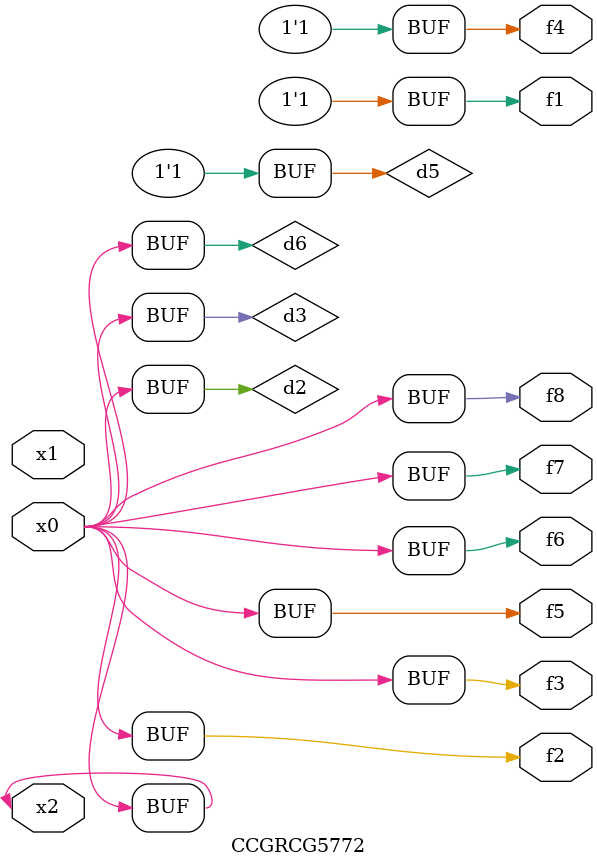
<source format=v>
module CCGRCG5772(
	input x0, x1, x2,
	output f1, f2, f3, f4, f5, f6, f7, f8
);

	wire d1, d2, d3, d4, d5, d6;

	xnor (d1, x2);
	buf (d2, x0, x2);
	and (d3, x0);
	xnor (d4, x1, x2);
	nand (d5, d1, d3);
	buf (d6, d2, d3);
	assign f1 = d5;
	assign f2 = d6;
	assign f3 = d6;
	assign f4 = d5;
	assign f5 = d6;
	assign f6 = d6;
	assign f7 = d6;
	assign f8 = d6;
endmodule

</source>
